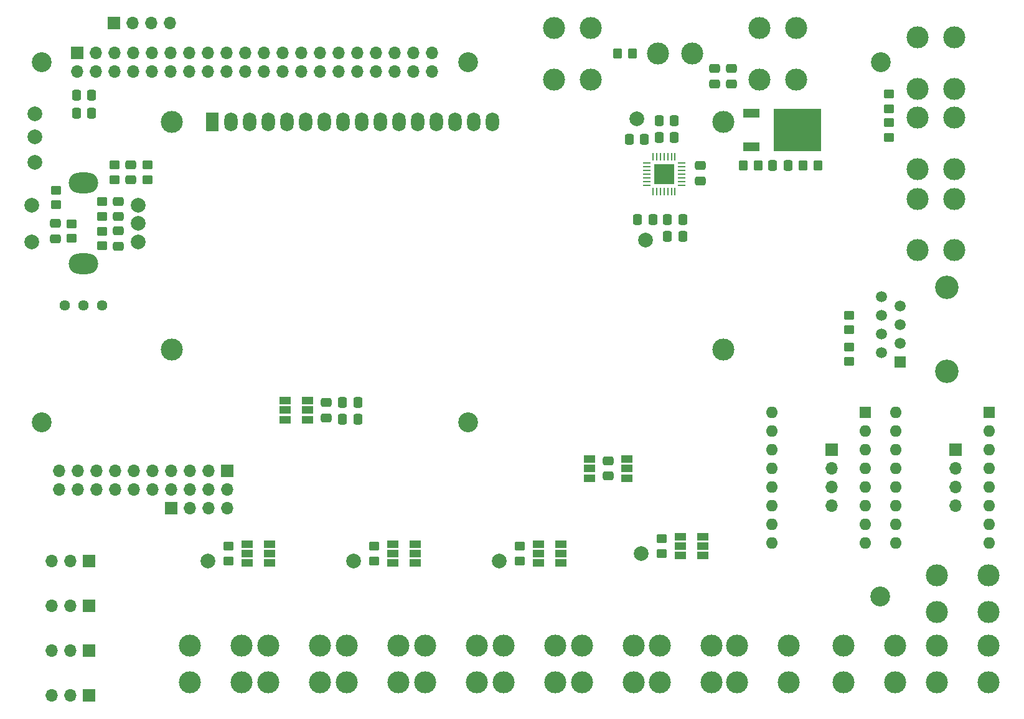
<source format=gbr>
%TF.GenerationSoftware,KiCad,Pcbnew,(6.0.7)*%
%TF.CreationDate,2022-11-14T00:19:26-05:00*%
%TF.ProjectId,MASA_Rover_1.0,4d415341-5f52-46f7-9665-725f312e302e,rev?*%
%TF.SameCoordinates,Original*%
%TF.FileFunction,Soldermask,Bot*%
%TF.FilePolarity,Negative*%
%FSLAX46Y46*%
G04 Gerber Fmt 4.6, Leading zero omitted, Abs format (unit mm)*
G04 Created by KiCad (PCBNEW (6.0.7)) date 2022-11-14 00:19:26*
%MOMM*%
%LPD*%
G01*
G04 APERTURE LIST*
G04 Aperture macros list*
%AMRoundRect*
0 Rectangle with rounded corners*
0 $1 Rounding radius*
0 $2 $3 $4 $5 $6 $7 $8 $9 X,Y pos of 4 corners*
0 Add a 4 corners polygon primitive as box body*
4,1,4,$2,$3,$4,$5,$6,$7,$8,$9,$2,$3,0*
0 Add four circle primitives for the rounded corners*
1,1,$1+$1,$2,$3*
1,1,$1+$1,$4,$5*
1,1,$1+$1,$6,$7*
1,1,$1+$1,$8,$9*
0 Add four rect primitives between the rounded corners*
20,1,$1+$1,$2,$3,$4,$5,0*
20,1,$1+$1,$4,$5,$6,$7,0*
20,1,$1+$1,$6,$7,$8,$9,0*
20,1,$1+$1,$8,$9,$2,$3,0*%
G04 Aperture macros list end*
%ADD10R,1.700000X1.700000*%
%ADD11O,1.700000X1.700000*%
%ADD12C,2.000000*%
%ADD13O,4.000000X2.800000*%
%ADD14C,3.000000*%
%ADD15C,2.700000*%
%ADD16C,3.200000*%
%ADD17R,1.500000X1.500000*%
%ADD18C,1.500000*%
%ADD19C,1.440000*%
%ADD20R,1.800000X2.600000*%
%ADD21O,1.800000X2.600000*%
%ADD22RoundRect,0.250000X-0.475000X0.337500X-0.475000X-0.337500X0.475000X-0.337500X0.475000X0.337500X0*%
%ADD23RoundRect,0.250000X0.475000X-0.337500X0.475000X0.337500X-0.475000X0.337500X-0.475000X-0.337500X0*%
%ADD24RoundRect,0.250000X-0.450000X0.350000X-0.450000X-0.350000X0.450000X-0.350000X0.450000X0.350000X0*%
%ADD25RoundRect,0.250000X0.337500X0.475000X-0.337500X0.475000X-0.337500X-0.475000X0.337500X-0.475000X0*%
%ADD26RoundRect,0.250000X0.350000X0.450000X-0.350000X0.450000X-0.350000X-0.450000X0.350000X-0.450000X0*%
%ADD27R,1.500000X1.000000*%
%ADD28RoundRect,0.250000X0.450000X-0.350000X0.450000X0.350000X-0.450000X0.350000X-0.450000X-0.350000X0*%
%ADD29RoundRect,0.250000X-0.337500X-0.475000X0.337500X-0.475000X0.337500X0.475000X-0.337500X0.475000X0*%
%ADD30RoundRect,0.062500X0.062500X-0.425000X0.062500X0.425000X-0.062500X0.425000X-0.062500X-0.425000X0*%
%ADD31RoundRect,0.062500X0.425000X-0.062500X0.425000X0.062500X-0.425000X0.062500X-0.425000X-0.062500X0*%
%ADD32R,2.700000X2.700000*%
%ADD33R,1.600000X1.600000*%
%ADD34O,1.600000X1.600000*%
%ADD35R,2.200000X1.200000*%
%ADD36R,6.400000X5.800000*%
%ADD37RoundRect,0.250000X-0.350000X-0.450000X0.350000X-0.450000X0.350000X0.450000X-0.350000X0.450000X0*%
G04 APERTURE END LIST*
D10*
%TO.C,J13*%
X46213000Y-133096000D03*
D11*
X43673000Y-133096000D03*
X41133000Y-133096000D03*
%TD*%
D12*
%TO.C,S2*%
X38462000Y-83526000D03*
X38462000Y-78526000D03*
D13*
X45462000Y-86526000D03*
X45462000Y-75526000D03*
D12*
X52962000Y-83526000D03*
X52962000Y-78526000D03*
X52962000Y-81026000D03*
%TD*%
D14*
%TO.C,J9*%
X163917000Y-84658000D03*
X163917000Y-77648000D03*
X158917000Y-84658000D03*
X158917000Y-77648000D03*
%TD*%
D15*
%TO.C,REF\u002A\u002A*%
X153900000Y-131826000D03*
%TD*%
%TO.C,REF\u002A\u002A*%
X39790000Y-59086500D03*
%TD*%
%TO.C,REF\u002A\u002A*%
X153924000Y-59086500D03*
%TD*%
D10*
%TO.C,J15*%
X46228000Y-145288000D03*
D11*
X43688000Y-145288000D03*
X41148000Y-145288000D03*
%TD*%
D14*
%TO.C,J8*%
X158917000Y-55677000D03*
X158917000Y-62687000D03*
X163917000Y-62687000D03*
X163917000Y-55677000D03*
%TD*%
%TO.C,J5*%
X109500000Y-54407000D03*
X114500000Y-61417000D03*
X114500000Y-54407000D03*
X109500000Y-61417000D03*
%TD*%
%TO.C,J16*%
X59995000Y-143470000D03*
X67005000Y-143470000D03*
X67005000Y-138470000D03*
X59995000Y-138470000D03*
%TD*%
D10*
%TO.C,J12*%
X46213000Y-127000000D03*
D11*
X43673000Y-127000000D03*
X41133000Y-127000000D03*
%TD*%
D14*
%TO.C,J22*%
X141427000Y-138470000D03*
X134417000Y-143470000D03*
X141427000Y-143470000D03*
X134417000Y-138470000D03*
%TD*%
%TO.C,J29*%
X168605000Y-138470000D03*
X161595000Y-143470000D03*
X168605000Y-143470000D03*
X161595000Y-138470000D03*
%TD*%
D10*
%TO.C,J1*%
X49667000Y-53721000D03*
D11*
X52207000Y-53721000D03*
X54747000Y-53721000D03*
X57287000Y-53721000D03*
%TD*%
D16*
%TO.C,J3*%
X162921000Y-89753500D03*
X162921000Y-101183500D03*
D17*
X156571000Y-99913500D03*
D18*
X154031000Y-98643500D03*
X156571000Y-97373500D03*
X154031000Y-96103500D03*
X156571000Y-94833500D03*
X154031000Y-93563500D03*
X156571000Y-92293500D03*
X154031000Y-91023500D03*
%TD*%
D15*
%TO.C,REF\u002A\u002A*%
X97790000Y-108086500D03*
%TD*%
%TO.C,REF\u002A\u002A*%
X39790000Y-108086500D03*
%TD*%
D14*
%TO.C,J10*%
X163917000Y-73609000D03*
X158917000Y-73609000D03*
X163917000Y-66599000D03*
X158917000Y-66599000D03*
%TD*%
D10*
%TO.C,J26*%
X147246500Y-111833500D03*
D11*
X147246500Y-114373500D03*
X147246500Y-116913500D03*
X147246500Y-119453500D03*
%TD*%
D10*
%TO.C,J27*%
X164137500Y-111823500D03*
D11*
X164137500Y-114363500D03*
X164137500Y-116903500D03*
X164137500Y-119443500D03*
%TD*%
D14*
%TO.C,J23*%
X120345000Y-143470000D03*
X120345000Y-138470000D03*
X113335000Y-143470000D03*
X113335000Y-138470000D03*
%TD*%
%TO.C,J17*%
X88341000Y-138470000D03*
X88341000Y-143470000D03*
X81331000Y-143470000D03*
X81331000Y-138470000D03*
%TD*%
%TO.C,J4*%
X142440000Y-61417000D03*
X137440000Y-61417000D03*
X142440000Y-54407000D03*
X137440000Y-54407000D03*
%TD*%
%TO.C,J19*%
X91999000Y-138470000D03*
X91999000Y-143470000D03*
X99009000Y-138470000D03*
X99009000Y-143470000D03*
%TD*%
%TO.C,J20*%
X130886000Y-138470000D03*
X130886000Y-143470000D03*
X123876000Y-138470000D03*
X123876000Y-143470000D03*
%TD*%
D19*
%TO.C,RV1*%
X48006000Y-92202000D03*
X45466000Y-92202000D03*
X42926000Y-92202000D03*
%TD*%
D14*
%TO.C,J18*%
X70663000Y-138470000D03*
X70663000Y-143470000D03*
X77673000Y-143470000D03*
X77673000Y-138470000D03*
%TD*%
%TO.C,U3*%
X132492000Y-67192500D03*
X57492900Y-98193200D03*
X132491480Y-98193200D03*
X57492900Y-67192500D03*
D20*
X62992000Y-67192500D03*
D21*
X65532000Y-67192500D03*
X68072000Y-67192500D03*
X70612000Y-67192500D03*
X73152000Y-67192500D03*
X75692000Y-67192500D03*
X78232000Y-67192500D03*
X80772000Y-67192500D03*
X83312000Y-67192500D03*
X85852000Y-67192500D03*
X88392000Y-67192500D03*
X90932000Y-67192500D03*
X93472000Y-67192500D03*
X96012000Y-67192500D03*
X98552000Y-67192500D03*
X101092000Y-67192500D03*
%TD*%
D10*
%TO.C,J7*%
X65082500Y-114676000D03*
D11*
X65082500Y-117216000D03*
X62542500Y-114676000D03*
X62542500Y-117216000D03*
X60002500Y-114676000D03*
X60002500Y-117216000D03*
X57462500Y-114676000D03*
X57462500Y-117216000D03*
X54922500Y-114676000D03*
X54922500Y-117216000D03*
X52382500Y-114676000D03*
X52382500Y-117216000D03*
X49842500Y-114676000D03*
X49842500Y-117216000D03*
X47302500Y-114676000D03*
X47302500Y-117216000D03*
X44762500Y-114676000D03*
X44762500Y-117216000D03*
X42222500Y-114676000D03*
X42222500Y-117216000D03*
%TD*%
D10*
%TO.C,J14*%
X46213000Y-139192000D03*
D11*
X43673000Y-139192000D03*
X41133000Y-139192000D03*
%TD*%
D14*
%TO.C,S1*%
X123670000Y-57912000D03*
X128270000Y-57912000D03*
%TD*%
D15*
%TO.C,REF\u002A\u002A*%
X97790000Y-59086500D03*
%TD*%
D14*
%TO.C,J21*%
X102667000Y-138470000D03*
X102667000Y-143470000D03*
X109677000Y-138470000D03*
X109677000Y-143470000D03*
%TD*%
%TO.C,J24*%
X155905000Y-138470000D03*
X148895000Y-138470000D03*
X148895000Y-143470000D03*
X155905000Y-143470000D03*
%TD*%
D10*
%TO.C,J6*%
X57467500Y-119761000D03*
D11*
X60007500Y-119761000D03*
X62547500Y-119761000D03*
X65087500Y-119761000D03*
%TD*%
D14*
%TO.C,J28*%
X161595000Y-133945000D03*
X161595000Y-128945000D03*
X168605000Y-133945000D03*
X168605000Y-128945000D03*
%TD*%
D12*
%TO.C,TP7*%
X82262000Y-126970000D03*
%TD*%
D22*
%TO.C,C19*%
X50228500Y-78020000D03*
X50228500Y-80095000D03*
%TD*%
D23*
%TO.C,C18*%
X50228500Y-84095500D03*
X50228500Y-82020500D03*
%TD*%
D12*
%TO.C,TP8*%
X121378000Y-125954000D03*
%TD*%
%TO.C,TP5*%
X120777000Y-66802000D03*
%TD*%
D24*
%TO.C,R47*%
X85056000Y-124954000D03*
X85056000Y-126954000D03*
%TD*%
D25*
%TO.C,C13*%
X122957500Y-80518000D03*
X120882500Y-80518000D03*
%TD*%
D24*
%TO.C,R14*%
X54229000Y-73041000D03*
X54229000Y-75041000D03*
%TD*%
%TO.C,R46*%
X65244000Y-124954000D03*
X65244000Y-126954000D03*
%TD*%
D26*
%TO.C,R4*%
X120126000Y-57912000D03*
X118126000Y-57912000D03*
%TD*%
D22*
%TO.C,C25*%
X78486000Y-105388500D03*
X78486000Y-107463500D03*
%TD*%
D24*
%TO.C,R23*%
X155067000Y-67310000D03*
X155067000Y-69310000D03*
%TD*%
D27*
%TO.C,JP6*%
X90644000Y-124654000D03*
X90644000Y-125954000D03*
X90644000Y-127254000D03*
%TD*%
%TO.C,JP2*%
X75946000Y-107726000D03*
X75946000Y-106426000D03*
X75946000Y-105126000D03*
%TD*%
D24*
%TO.C,R9*%
X48069500Y-82058000D03*
X48069500Y-84058000D03*
%TD*%
%TO.C,R49*%
X104868000Y-124954000D03*
X104868000Y-126954000D03*
%TD*%
D12*
%TO.C,TP4*%
X121920000Y-83312000D03*
%TD*%
D24*
%TO.C,R13*%
X49720500Y-73041000D03*
X49720500Y-75041000D03*
%TD*%
D25*
%TO.C,C14*%
X121814500Y-69596000D03*
X119739500Y-69596000D03*
%TD*%
D27*
%TO.C,JP4*%
X114300000Y-115663500D03*
X114300000Y-114363500D03*
X114300000Y-113063500D03*
%TD*%
D28*
%TO.C,R15*%
X149669500Y-95488000D03*
X149669500Y-93488000D03*
%TD*%
D29*
%TO.C,C7*%
X123803500Y-67056000D03*
X125878500Y-67056000D03*
%TD*%
D27*
%TO.C,JP10*%
X110456000Y-124654000D03*
X110456000Y-125954000D03*
X110456000Y-127254000D03*
%TD*%
D10*
%TO.C,J2*%
X44635000Y-57811500D03*
D11*
X44635000Y-60351500D03*
X47175000Y-57811500D03*
X47175000Y-60351500D03*
X49715000Y-57811500D03*
X49715000Y-60351500D03*
X52255000Y-57811500D03*
X52255000Y-60351500D03*
X54795000Y-57811500D03*
X54795000Y-60351500D03*
X57335000Y-57811500D03*
X57335000Y-60351500D03*
X59875000Y-57811500D03*
X59875000Y-60351500D03*
X62415000Y-57811500D03*
X62415000Y-60351500D03*
X64955000Y-57811500D03*
X64955000Y-60351500D03*
X67495000Y-57811500D03*
X67495000Y-60351500D03*
X70035000Y-57811500D03*
X70035000Y-60351500D03*
X72575000Y-57811500D03*
X72575000Y-60351500D03*
X75115000Y-57811500D03*
X75115000Y-60351500D03*
X77655000Y-57811500D03*
X77655000Y-60351500D03*
X80195000Y-57811500D03*
X80195000Y-60351500D03*
X82735000Y-57811500D03*
X82735000Y-60351500D03*
X85275000Y-57811500D03*
X85275000Y-60351500D03*
X87815000Y-57811500D03*
X87815000Y-60351500D03*
X90355000Y-57811500D03*
X90355000Y-60351500D03*
X92895000Y-57811500D03*
X92895000Y-60351500D03*
%TD*%
D29*
%TO.C,C23*%
X80750500Y-105410000D03*
X82825500Y-105410000D03*
%TD*%
D30*
%TO.C,U2*%
X125960000Y-76657500D03*
X125460000Y-76657500D03*
X124960000Y-76657500D03*
X124460000Y-76657500D03*
X123960000Y-76657500D03*
X123460000Y-76657500D03*
X122960000Y-76657500D03*
D31*
X122097500Y-75795000D03*
X122097500Y-75295000D03*
X122097500Y-74795000D03*
X122097500Y-74295000D03*
X122097500Y-73795000D03*
X122097500Y-73295000D03*
X122097500Y-72795000D03*
D30*
X122960000Y-71932500D03*
X123460000Y-71932500D03*
X123960000Y-71932500D03*
X124460000Y-71932500D03*
X124960000Y-71932500D03*
X125460000Y-71932500D03*
X125960000Y-71932500D03*
D31*
X126822500Y-72795000D03*
X126822500Y-73295000D03*
X126822500Y-73795000D03*
X126822500Y-74295000D03*
X126822500Y-74795000D03*
X126822500Y-75295000D03*
X126822500Y-75795000D03*
D32*
X124460000Y-74295000D03*
%TD*%
D12*
%TO.C,TP2*%
X38862000Y-69224500D03*
%TD*%
D27*
%TO.C,JP5*%
X70832000Y-124654000D03*
X70832000Y-125954000D03*
X70832000Y-127254000D03*
%TD*%
D12*
%TO.C,TP9*%
X102074000Y-126970000D03*
%TD*%
D22*
%TO.C,C26*%
X116840000Y-113326000D03*
X116840000Y-115401000D03*
%TD*%
D27*
%TO.C,JP7*%
X67784000Y-127254000D03*
X67784000Y-125954000D03*
X67784000Y-124654000D03*
%TD*%
D12*
%TO.C,TP1*%
X38862000Y-72653500D03*
%TD*%
D24*
%TO.C,R20*%
X155067000Y-63373000D03*
X155067000Y-65373000D03*
%TD*%
D23*
%TO.C,C5*%
X131318000Y-61997500D03*
X131318000Y-59922500D03*
%TD*%
D24*
%TO.C,R12*%
X41783000Y-76470000D03*
X41783000Y-78470000D03*
%TD*%
D29*
%TO.C,C9*%
X124946500Y-80518000D03*
X127021500Y-80518000D03*
%TD*%
%TO.C,C4*%
X44555500Y-66040000D03*
X46630500Y-66040000D03*
%TD*%
D22*
%TO.C,C20*%
X51943000Y-73003500D03*
X51943000Y-75078500D03*
%TD*%
D33*
%TO.C,A1*%
X151818500Y-106743500D03*
D34*
X151818500Y-109283500D03*
X151818500Y-111823500D03*
X151818500Y-114363500D03*
X151818500Y-116903500D03*
X151818500Y-119443500D03*
X151818500Y-121983500D03*
X151818500Y-124523500D03*
X139118500Y-124523500D03*
X139118500Y-121983500D03*
X139118500Y-119443500D03*
X139118500Y-116903500D03*
X139118500Y-114363500D03*
X139118500Y-111823500D03*
X139118500Y-109283500D03*
X139118500Y-106743500D03*
%TD*%
D24*
%TO.C,R48*%
X124172000Y-123938000D03*
X124172000Y-125938000D03*
%TD*%
%TO.C,R16*%
X149669500Y-97806000D03*
X149669500Y-99806000D03*
%TD*%
D27*
%TO.C,JP1*%
X72898000Y-107726000D03*
X72898000Y-106426000D03*
X72898000Y-105126000D03*
%TD*%
D12*
%TO.C,TP3*%
X38862000Y-66049500D03*
%TD*%
D28*
%TO.C,R11*%
X43878500Y-83042000D03*
X43878500Y-81042000D03*
%TD*%
D27*
%TO.C,JP9*%
X129760000Y-123638000D03*
X129760000Y-124938000D03*
X129760000Y-126238000D03*
%TD*%
%TO.C,JP11*%
X126712000Y-126238000D03*
X126712000Y-124938000D03*
X126712000Y-123638000D03*
%TD*%
D33*
%TO.C,A2*%
X168709500Y-106743500D03*
D34*
X168709500Y-109283500D03*
X168709500Y-111823500D03*
X168709500Y-114363500D03*
X168709500Y-116903500D03*
X168709500Y-119443500D03*
X168709500Y-121983500D03*
X168709500Y-124523500D03*
X156009500Y-124523500D03*
X156009500Y-121983500D03*
X156009500Y-119443500D03*
X156009500Y-116903500D03*
X156009500Y-114363500D03*
X156009500Y-111823500D03*
X156009500Y-109283500D03*
X156009500Y-106743500D03*
%TD*%
D29*
%TO.C,C3*%
X44555500Y-63563500D03*
X46630500Y-63563500D03*
%TD*%
D27*
%TO.C,JP8*%
X87596000Y-127254000D03*
X87596000Y-125954000D03*
X87596000Y-124654000D03*
%TD*%
D29*
%TO.C,D1*%
X139253500Y-73151000D03*
X141328500Y-73151000D03*
%TD*%
%TO.C,C8*%
X123803500Y-69342000D03*
X125878500Y-69342000D03*
%TD*%
%TO.C,C24*%
X80750500Y-107696000D03*
X82825500Y-107696000D03*
%TD*%
D27*
%TO.C,JP3*%
X119380000Y-115663500D03*
X119380000Y-114363500D03*
X119380000Y-113063500D03*
%TD*%
D29*
%TO.C,C10*%
X124946500Y-82804000D03*
X127021500Y-82804000D03*
%TD*%
D23*
%TO.C,C75*%
X129413000Y-75205500D03*
X129413000Y-73130500D03*
%TD*%
D22*
%TO.C,C17*%
X41719500Y-81004500D03*
X41719500Y-83079500D03*
%TD*%
D27*
%TO.C,JP12*%
X107408000Y-127254000D03*
X107408000Y-125954000D03*
X107408000Y-124654000D03*
%TD*%
D35*
%TO.C,Q1*%
X136345000Y-70605000D03*
D36*
X142645000Y-68325000D03*
D35*
X136345000Y-66045000D03*
%TD*%
D26*
%TO.C,R3*%
X137243000Y-73151000D03*
X135243000Y-73151000D03*
%TD*%
D28*
%TO.C,R10*%
X48069500Y-80057500D03*
X48069500Y-78057500D03*
%TD*%
D23*
%TO.C,C6*%
X133604000Y-61997500D03*
X133604000Y-59922500D03*
%TD*%
D37*
%TO.C,R1*%
X143355000Y-73151000D03*
X145355000Y-73151000D03*
%TD*%
D12*
%TO.C,TP6*%
X62450000Y-126970000D03*
%TD*%
M02*

</source>
